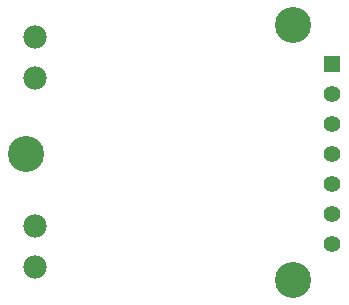
<source format=gbs>
%FSLAX46Y46*%
G04 Gerber Fmt 4.6, Leading zero omitted, Abs format (unit mm)*
G04 Created by KiCad (PCBNEW (2014-07-09 BZR 4988)-product) date Thu 14 Aug 2014 11:57:35 AM PDT*
%MOMM*%
G01*
G04 APERTURE LIST*
%ADD10C,0.050000*%
%ADD11R,1.397000X1.397000*%
%ADD12C,1.397000*%
%ADD13C,3.048000*%
%ADD14C,1.968500*%
G04 APERTURE END LIST*
D10*
D11*
X130556000Y-93980000D03*
D12*
X130556000Y-96520000D03*
X130556000Y-99060000D03*
X130556000Y-101600000D03*
X130556000Y-104140000D03*
X130556000Y-106680000D03*
X130556000Y-109220000D03*
D13*
X127254000Y-90678000D03*
X127254000Y-112268000D03*
X104648000Y-101600000D03*
D14*
X105410000Y-107724000D03*
X105410000Y-111224000D03*
X105410000Y-91722000D03*
X105410000Y-95222000D03*
M02*

</source>
